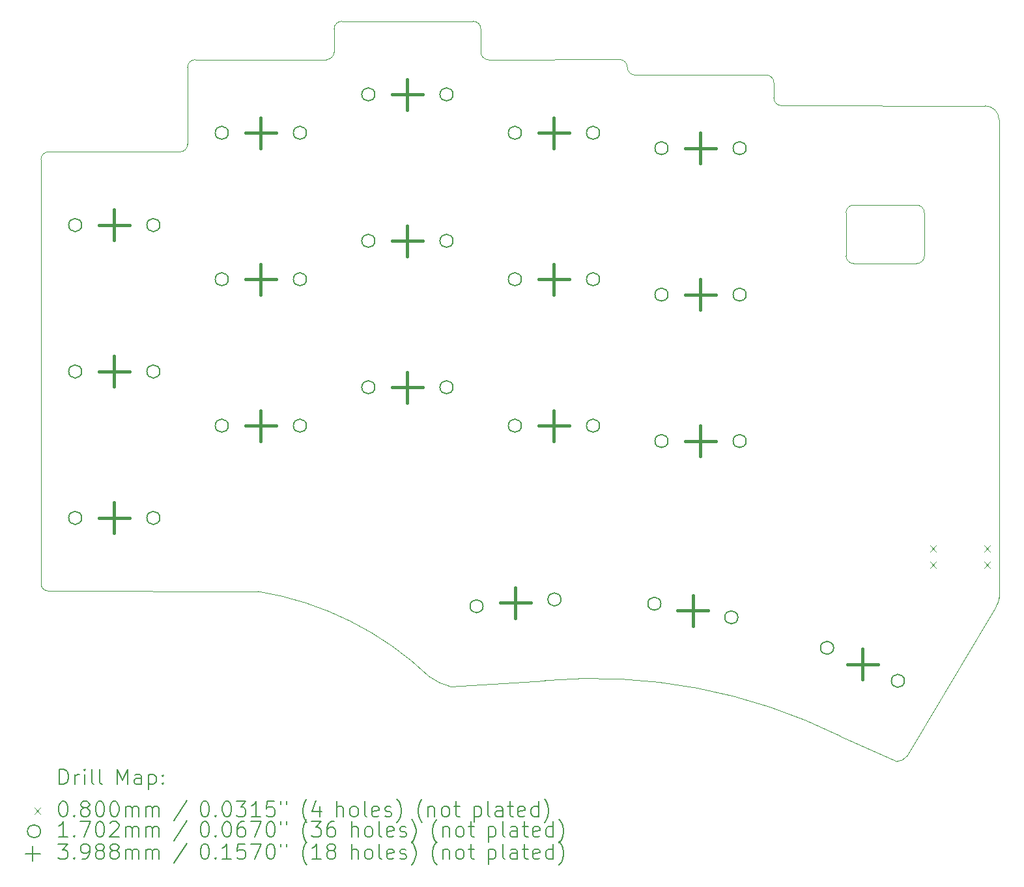
<source format=gbr>
%TF.GenerationSoftware,KiCad,Pcbnew,(7.0.0)*%
%TF.CreationDate,2023-03-01T21:35:38+09:00*%
%TF.ProjectId,keyboard_pcb,6b657962-6f61-4726-945f-7063622e6b69,rev1.0*%
%TF.SameCoordinates,Original*%
%TF.FileFunction,Drillmap*%
%TF.FilePolarity,Positive*%
%FSLAX45Y45*%
G04 Gerber Fmt 4.5, Leading zero omitted, Abs format (unit mm)*
G04 Created by KiCad (PCBNEW (7.0.0)) date 2023-03-01 21:35:38*
%MOMM*%
%LPD*%
G01*
G04 APERTURE LIST*
%ADD10C,0.100000*%
%ADD11C,0.200000*%
%ADD12C,0.080000*%
%ADD13C,0.170180*%
%ADD14C,0.398780*%
G04 APERTURE END LIST*
D10*
X17352500Y-4736560D02*
X17352500Y-4936280D01*
X18290000Y-6990000D02*
X18290000Y-6430000D01*
X20280000Y-5220000D02*
G75*
G03*
X20100000Y-5040000I-180000J0D01*
G01*
X7927500Y-11353260D02*
X10650000Y-11354139D01*
X19082169Y-13496263D02*
X20243404Y-11548790D01*
X7926560Y-5637320D02*
G75*
G03*
X7826560Y-5737320I0J-100000D01*
G01*
X13543691Y-4338189D02*
G75*
G03*
X13643691Y-4438189I99999J-1D01*
G01*
X19210000Y-7090000D02*
X18390000Y-7090000D01*
X13143720Y-12595320D02*
X14378773Y-12515995D01*
X17252500Y-4636560D02*
X15547500Y-4638849D01*
X15447500Y-4535900D02*
G75*
G03*
X15347500Y-4435900I-100000J0D01*
G01*
X18390000Y-6330000D02*
G75*
G03*
X18290000Y-6430000I0J-100000D01*
G01*
X12873698Y-12464409D02*
G75*
G03*
X10649656Y-11356249I-2899898J-3034131D01*
G01*
X11637500Y-4038060D02*
X11637500Y-4336840D01*
X20100000Y-5040000D02*
X17452500Y-5036280D01*
X13543691Y-4338189D02*
X13543849Y-4037651D01*
X19210000Y-7090000D02*
G75*
G03*
X19310000Y-6990000I0J100000D01*
G01*
X11537500Y-4436840D02*
G75*
G03*
X11637500Y-4336840I0J100000D01*
G01*
X9632500Y-5638260D02*
G75*
G03*
X9732500Y-5538260I0J100000D01*
G01*
X19309289Y-6430000D02*
X19310000Y-6990000D01*
X17352500Y-4736560D02*
G75*
G03*
X17252500Y-4636560I-100000J0D01*
G01*
X20243404Y-11548790D02*
G75*
G03*
X20280000Y-11440000I-143404J108790D01*
G01*
X13543849Y-4037651D02*
G75*
G03*
X13443849Y-3937651I-99999J1D01*
G01*
X9732500Y-4538031D02*
X9732500Y-5538260D01*
X9632500Y-5638260D02*
X7926560Y-5637320D01*
X7827500Y-11253260D02*
G75*
G03*
X7927500Y-11353260I100000J0D01*
G01*
X15447500Y-4535900D02*
X15450040Y-4563840D01*
X20280000Y-11440000D02*
X20280000Y-11320000D01*
X18211713Y-13235995D02*
X18950160Y-13568140D01*
X9832500Y-4438030D02*
G75*
G03*
X9732500Y-4538031I0J-100000D01*
G01*
X7826560Y-5737320D02*
X7827500Y-11253260D01*
X19309290Y-6430000D02*
G75*
G03*
X19209289Y-6330000I-100000J0D01*
G01*
X18290000Y-6990000D02*
G75*
G03*
X18390000Y-7090000I100000J0D01*
G01*
X12873698Y-12464409D02*
G75*
G03*
X13143676Y-12592958I450362J598069D01*
G01*
X15450041Y-4563840D02*
G75*
G03*
X15547500Y-4639462I97459J24990D01*
G01*
X13443849Y-3937651D02*
X11737500Y-3938060D01*
X18390000Y-6330000D02*
X19209289Y-6330000D01*
X11537500Y-4436840D02*
X9832500Y-4438031D01*
X20280000Y-11320000D02*
X20280000Y-5220000D01*
X17352500Y-4936280D02*
G75*
G03*
X17452500Y-5036280I100000J0D01*
G01*
X18950160Y-13568141D02*
G75*
G03*
X19083332Y-13497026I1430J157571D01*
G01*
X15347500Y-4435900D02*
X13643691Y-4438189D01*
X11737500Y-3938060D02*
G75*
G03*
X11637500Y-4038060I0J-100000D01*
G01*
X18211713Y-13235995D02*
G75*
G03*
X14378773Y-12515995I-3200547J-6475820D01*
G01*
D11*
D12*
X19385000Y-10760000D02*
X19465000Y-10840000D01*
X19465000Y-10760000D02*
X19385000Y-10840000D01*
X19385000Y-10970000D02*
X19465000Y-11050000D01*
X19465000Y-10970000D02*
X19385000Y-11050000D01*
X20085000Y-10760000D02*
X20165000Y-10840000D01*
X20165000Y-10760000D02*
X20085000Y-10840000D01*
X20085000Y-10970000D02*
X20165000Y-11050000D01*
X20165000Y-10970000D02*
X20085000Y-11050000D01*
D13*
X8357090Y-6590000D02*
G75*
G03*
X8357090Y-6590000I-85090J0D01*
G01*
X8357090Y-8495000D02*
G75*
G03*
X8357090Y-8495000I-85090J0D01*
G01*
X8357090Y-10400000D02*
G75*
G03*
X8357090Y-10400000I-85090J0D01*
G01*
X9373090Y-6590000D02*
G75*
G03*
X9373090Y-6590000I-85090J0D01*
G01*
X9373090Y-8495000D02*
G75*
G03*
X9373090Y-8495000I-85090J0D01*
G01*
X9373090Y-10400000D02*
G75*
G03*
X9373090Y-10400000I-85090J0D01*
G01*
X10262090Y-5390000D02*
G75*
G03*
X10262090Y-5390000I-85090J0D01*
G01*
X10262090Y-7295000D02*
G75*
G03*
X10262090Y-7295000I-85090J0D01*
G01*
X10262090Y-9200000D02*
G75*
G03*
X10262090Y-9200000I-85090J0D01*
G01*
X11278090Y-5390000D02*
G75*
G03*
X11278090Y-5390000I-85090J0D01*
G01*
X11278090Y-7295000D02*
G75*
G03*
X11278090Y-7295000I-85090J0D01*
G01*
X11278090Y-9200000D02*
G75*
G03*
X11278090Y-9200000I-85090J0D01*
G01*
X12167090Y-4890000D02*
G75*
G03*
X12167090Y-4890000I-85090J0D01*
G01*
X12167090Y-6795000D02*
G75*
G03*
X12167090Y-6795000I-85090J0D01*
G01*
X12167090Y-8700000D02*
G75*
G03*
X12167090Y-8700000I-85090J0D01*
G01*
X13183090Y-4890000D02*
G75*
G03*
X13183090Y-4890000I-85090J0D01*
G01*
X13183090Y-6795000D02*
G75*
G03*
X13183090Y-6795000I-85090J0D01*
G01*
X13183090Y-8700000D02*
G75*
G03*
X13183090Y-8700000I-85090J0D01*
G01*
X13574023Y-11549275D02*
G75*
G03*
X13574023Y-11549275I-85090J0D01*
G01*
X14072090Y-5390000D02*
G75*
G03*
X14072090Y-5390000I-85090J0D01*
G01*
X14072090Y-7295000D02*
G75*
G03*
X14072090Y-7295000I-85090J0D01*
G01*
X14072090Y-9200000D02*
G75*
G03*
X14072090Y-9200000I-85090J0D01*
G01*
X14586157Y-11460725D02*
G75*
G03*
X14586157Y-11460725I-85090J0D01*
G01*
X15088090Y-5390000D02*
G75*
G03*
X15088090Y-5390000I-85090J0D01*
G01*
X15088090Y-7295000D02*
G75*
G03*
X15088090Y-7295000I-85090J0D01*
G01*
X15088090Y-9200000D02*
G75*
G03*
X15088090Y-9200000I-85090J0D01*
G01*
X15884808Y-11516787D02*
G75*
G03*
X15884808Y-11516787I-85090J0D01*
G01*
X15977090Y-5590000D02*
G75*
G03*
X15977090Y-5590000I-85090J0D01*
G01*
X15977090Y-7495000D02*
G75*
G03*
X15977090Y-7495000I-85090J0D01*
G01*
X15977090Y-9400000D02*
G75*
G03*
X15977090Y-9400000I-85090J0D01*
G01*
X16885372Y-11693213D02*
G75*
G03*
X16885372Y-11693213I-85090J0D01*
G01*
X16993090Y-5590000D02*
G75*
G03*
X16993090Y-5590000I-85090J0D01*
G01*
X16993090Y-7495000D02*
G75*
G03*
X16993090Y-7495000I-85090J0D01*
G01*
X16993090Y-9400000D02*
G75*
G03*
X16993090Y-9400000I-85090J0D01*
G01*
X18129686Y-12090310D02*
G75*
G03*
X18129686Y-12090310I-85090J0D01*
G01*
X19050494Y-12519690D02*
G75*
G03*
X19050494Y-12519690I-85090J0D01*
G01*
D14*
X8780000Y-6390610D02*
X8780000Y-6789390D01*
X8580610Y-6590000D02*
X8979390Y-6590000D01*
X8780000Y-8295610D02*
X8780000Y-8694390D01*
X8580610Y-8495000D02*
X8979390Y-8495000D01*
X8780000Y-10200610D02*
X8780000Y-10599390D01*
X8580610Y-10400000D02*
X8979390Y-10400000D01*
X10685000Y-5190610D02*
X10685000Y-5589390D01*
X10485610Y-5390000D02*
X10884390Y-5390000D01*
X10685000Y-7095610D02*
X10685000Y-7494390D01*
X10485610Y-7295000D02*
X10884390Y-7295000D01*
X10685000Y-9000610D02*
X10685000Y-9399390D01*
X10485610Y-9200000D02*
X10884390Y-9200000D01*
X12590000Y-4690610D02*
X12590000Y-5089390D01*
X12390610Y-4890000D02*
X12789390Y-4890000D01*
X12590000Y-6595610D02*
X12590000Y-6994390D01*
X12390610Y-6795000D02*
X12789390Y-6795000D01*
X12590000Y-8500610D02*
X12590000Y-8899390D01*
X12390610Y-8700000D02*
X12789390Y-8700000D01*
X13995000Y-11305610D02*
X13995000Y-11704390D01*
X13795610Y-11505000D02*
X14194390Y-11505000D01*
X14495000Y-5190610D02*
X14495000Y-5589390D01*
X14295610Y-5390000D02*
X14694390Y-5390000D01*
X14495000Y-7095610D02*
X14495000Y-7494390D01*
X14295610Y-7295000D02*
X14694390Y-7295000D01*
X14495000Y-9000610D02*
X14495000Y-9399390D01*
X14295610Y-9200000D02*
X14694390Y-9200000D01*
X16300000Y-11405610D02*
X16300000Y-11804390D01*
X16100610Y-11605000D02*
X16499390Y-11605000D01*
X16400000Y-5390610D02*
X16400000Y-5789390D01*
X16200610Y-5590000D02*
X16599390Y-5590000D01*
X16400000Y-7295610D02*
X16400000Y-7694390D01*
X16200610Y-7495000D02*
X16599390Y-7495000D01*
X16400000Y-9200610D02*
X16400000Y-9599390D01*
X16200610Y-9400000D02*
X16599390Y-9400000D01*
X18505000Y-12105610D02*
X18505000Y-12504390D01*
X18305610Y-12305000D02*
X18704390Y-12305000D01*
D11*
X8069179Y-13866624D02*
X8069179Y-13666624D01*
X8069179Y-13666624D02*
X8116798Y-13666624D01*
X8116798Y-13666624D02*
X8145369Y-13676148D01*
X8145369Y-13676148D02*
X8164417Y-13695195D01*
X8164417Y-13695195D02*
X8173941Y-13714243D01*
X8173941Y-13714243D02*
X8183465Y-13752338D01*
X8183465Y-13752338D02*
X8183465Y-13780910D01*
X8183465Y-13780910D02*
X8173941Y-13819005D01*
X8173941Y-13819005D02*
X8164417Y-13838052D01*
X8164417Y-13838052D02*
X8145369Y-13857100D01*
X8145369Y-13857100D02*
X8116798Y-13866624D01*
X8116798Y-13866624D02*
X8069179Y-13866624D01*
X8269179Y-13866624D02*
X8269179Y-13733290D01*
X8269179Y-13771386D02*
X8278703Y-13752338D01*
X8278703Y-13752338D02*
X8288226Y-13742814D01*
X8288226Y-13742814D02*
X8307274Y-13733290D01*
X8307274Y-13733290D02*
X8326322Y-13733290D01*
X8392988Y-13866624D02*
X8392988Y-13733290D01*
X8392988Y-13666624D02*
X8383465Y-13676148D01*
X8383465Y-13676148D02*
X8392988Y-13685671D01*
X8392988Y-13685671D02*
X8402512Y-13676148D01*
X8402512Y-13676148D02*
X8392988Y-13666624D01*
X8392988Y-13666624D02*
X8392988Y-13685671D01*
X8516798Y-13866624D02*
X8497750Y-13857100D01*
X8497750Y-13857100D02*
X8488227Y-13838052D01*
X8488227Y-13838052D02*
X8488227Y-13666624D01*
X8621560Y-13866624D02*
X8602512Y-13857100D01*
X8602512Y-13857100D02*
X8592988Y-13838052D01*
X8592988Y-13838052D02*
X8592988Y-13666624D01*
X8817750Y-13866624D02*
X8817750Y-13666624D01*
X8817750Y-13666624D02*
X8884417Y-13809481D01*
X8884417Y-13809481D02*
X8951084Y-13666624D01*
X8951084Y-13666624D02*
X8951084Y-13866624D01*
X9132036Y-13866624D02*
X9132036Y-13761862D01*
X9132036Y-13761862D02*
X9122512Y-13742814D01*
X9122512Y-13742814D02*
X9103465Y-13733290D01*
X9103465Y-13733290D02*
X9065369Y-13733290D01*
X9065369Y-13733290D02*
X9046322Y-13742814D01*
X9132036Y-13857100D02*
X9112988Y-13866624D01*
X9112988Y-13866624D02*
X9065369Y-13866624D01*
X9065369Y-13866624D02*
X9046322Y-13857100D01*
X9046322Y-13857100D02*
X9036798Y-13838052D01*
X9036798Y-13838052D02*
X9036798Y-13819005D01*
X9036798Y-13819005D02*
X9046322Y-13799957D01*
X9046322Y-13799957D02*
X9065369Y-13790433D01*
X9065369Y-13790433D02*
X9112988Y-13790433D01*
X9112988Y-13790433D02*
X9132036Y-13780910D01*
X9227274Y-13733290D02*
X9227274Y-13933290D01*
X9227274Y-13742814D02*
X9246322Y-13733290D01*
X9246322Y-13733290D02*
X9284417Y-13733290D01*
X9284417Y-13733290D02*
X9303465Y-13742814D01*
X9303465Y-13742814D02*
X9312988Y-13752338D01*
X9312988Y-13752338D02*
X9322512Y-13771386D01*
X9322512Y-13771386D02*
X9322512Y-13828529D01*
X9322512Y-13828529D02*
X9312988Y-13847576D01*
X9312988Y-13847576D02*
X9303465Y-13857100D01*
X9303465Y-13857100D02*
X9284417Y-13866624D01*
X9284417Y-13866624D02*
X9246322Y-13866624D01*
X9246322Y-13866624D02*
X9227274Y-13857100D01*
X9408227Y-13847576D02*
X9417750Y-13857100D01*
X9417750Y-13857100D02*
X9408227Y-13866624D01*
X9408227Y-13866624D02*
X9398703Y-13857100D01*
X9398703Y-13857100D02*
X9408227Y-13847576D01*
X9408227Y-13847576D02*
X9408227Y-13866624D01*
X9408227Y-13742814D02*
X9417750Y-13752338D01*
X9417750Y-13752338D02*
X9408227Y-13761862D01*
X9408227Y-13761862D02*
X9398703Y-13752338D01*
X9398703Y-13752338D02*
X9408227Y-13742814D01*
X9408227Y-13742814D02*
X9408227Y-13761862D01*
D12*
X7741560Y-14173148D02*
X7821560Y-14253148D01*
X7821560Y-14173148D02*
X7741560Y-14253148D01*
D11*
X8107274Y-14086624D02*
X8126322Y-14086624D01*
X8126322Y-14086624D02*
X8145369Y-14096148D01*
X8145369Y-14096148D02*
X8154893Y-14105671D01*
X8154893Y-14105671D02*
X8164417Y-14124719D01*
X8164417Y-14124719D02*
X8173941Y-14162814D01*
X8173941Y-14162814D02*
X8173941Y-14210433D01*
X8173941Y-14210433D02*
X8164417Y-14248529D01*
X8164417Y-14248529D02*
X8154893Y-14267576D01*
X8154893Y-14267576D02*
X8145369Y-14277100D01*
X8145369Y-14277100D02*
X8126322Y-14286624D01*
X8126322Y-14286624D02*
X8107274Y-14286624D01*
X8107274Y-14286624D02*
X8088226Y-14277100D01*
X8088226Y-14277100D02*
X8078703Y-14267576D01*
X8078703Y-14267576D02*
X8069179Y-14248529D01*
X8069179Y-14248529D02*
X8059655Y-14210433D01*
X8059655Y-14210433D02*
X8059655Y-14162814D01*
X8059655Y-14162814D02*
X8069179Y-14124719D01*
X8069179Y-14124719D02*
X8078703Y-14105671D01*
X8078703Y-14105671D02*
X8088226Y-14096148D01*
X8088226Y-14096148D02*
X8107274Y-14086624D01*
X8259655Y-14267576D02*
X8269179Y-14277100D01*
X8269179Y-14277100D02*
X8259655Y-14286624D01*
X8259655Y-14286624D02*
X8250131Y-14277100D01*
X8250131Y-14277100D02*
X8259655Y-14267576D01*
X8259655Y-14267576D02*
X8259655Y-14286624D01*
X8383465Y-14172338D02*
X8364417Y-14162814D01*
X8364417Y-14162814D02*
X8354893Y-14153290D01*
X8354893Y-14153290D02*
X8345369Y-14134243D01*
X8345369Y-14134243D02*
X8345369Y-14124719D01*
X8345369Y-14124719D02*
X8354893Y-14105671D01*
X8354893Y-14105671D02*
X8364417Y-14096148D01*
X8364417Y-14096148D02*
X8383465Y-14086624D01*
X8383465Y-14086624D02*
X8421560Y-14086624D01*
X8421560Y-14086624D02*
X8440608Y-14096148D01*
X8440608Y-14096148D02*
X8450131Y-14105671D01*
X8450131Y-14105671D02*
X8459655Y-14124719D01*
X8459655Y-14124719D02*
X8459655Y-14134243D01*
X8459655Y-14134243D02*
X8450131Y-14153290D01*
X8450131Y-14153290D02*
X8440608Y-14162814D01*
X8440608Y-14162814D02*
X8421560Y-14172338D01*
X8421560Y-14172338D02*
X8383465Y-14172338D01*
X8383465Y-14172338D02*
X8364417Y-14181862D01*
X8364417Y-14181862D02*
X8354893Y-14191386D01*
X8354893Y-14191386D02*
X8345369Y-14210433D01*
X8345369Y-14210433D02*
X8345369Y-14248529D01*
X8345369Y-14248529D02*
X8354893Y-14267576D01*
X8354893Y-14267576D02*
X8364417Y-14277100D01*
X8364417Y-14277100D02*
X8383465Y-14286624D01*
X8383465Y-14286624D02*
X8421560Y-14286624D01*
X8421560Y-14286624D02*
X8440608Y-14277100D01*
X8440608Y-14277100D02*
X8450131Y-14267576D01*
X8450131Y-14267576D02*
X8459655Y-14248529D01*
X8459655Y-14248529D02*
X8459655Y-14210433D01*
X8459655Y-14210433D02*
X8450131Y-14191386D01*
X8450131Y-14191386D02*
X8440608Y-14181862D01*
X8440608Y-14181862D02*
X8421560Y-14172338D01*
X8583465Y-14086624D02*
X8602512Y-14086624D01*
X8602512Y-14086624D02*
X8621560Y-14096148D01*
X8621560Y-14096148D02*
X8631084Y-14105671D01*
X8631084Y-14105671D02*
X8640608Y-14124719D01*
X8640608Y-14124719D02*
X8650131Y-14162814D01*
X8650131Y-14162814D02*
X8650131Y-14210433D01*
X8650131Y-14210433D02*
X8640608Y-14248529D01*
X8640608Y-14248529D02*
X8631084Y-14267576D01*
X8631084Y-14267576D02*
X8621560Y-14277100D01*
X8621560Y-14277100D02*
X8602512Y-14286624D01*
X8602512Y-14286624D02*
X8583465Y-14286624D01*
X8583465Y-14286624D02*
X8564417Y-14277100D01*
X8564417Y-14277100D02*
X8554893Y-14267576D01*
X8554893Y-14267576D02*
X8545369Y-14248529D01*
X8545369Y-14248529D02*
X8535846Y-14210433D01*
X8535846Y-14210433D02*
X8535846Y-14162814D01*
X8535846Y-14162814D02*
X8545369Y-14124719D01*
X8545369Y-14124719D02*
X8554893Y-14105671D01*
X8554893Y-14105671D02*
X8564417Y-14096148D01*
X8564417Y-14096148D02*
X8583465Y-14086624D01*
X8773941Y-14086624D02*
X8792989Y-14086624D01*
X8792989Y-14086624D02*
X8812036Y-14096148D01*
X8812036Y-14096148D02*
X8821560Y-14105671D01*
X8821560Y-14105671D02*
X8831084Y-14124719D01*
X8831084Y-14124719D02*
X8840608Y-14162814D01*
X8840608Y-14162814D02*
X8840608Y-14210433D01*
X8840608Y-14210433D02*
X8831084Y-14248529D01*
X8831084Y-14248529D02*
X8821560Y-14267576D01*
X8821560Y-14267576D02*
X8812036Y-14277100D01*
X8812036Y-14277100D02*
X8792989Y-14286624D01*
X8792989Y-14286624D02*
X8773941Y-14286624D01*
X8773941Y-14286624D02*
X8754893Y-14277100D01*
X8754893Y-14277100D02*
X8745369Y-14267576D01*
X8745369Y-14267576D02*
X8735846Y-14248529D01*
X8735846Y-14248529D02*
X8726322Y-14210433D01*
X8726322Y-14210433D02*
X8726322Y-14162814D01*
X8726322Y-14162814D02*
X8735846Y-14124719D01*
X8735846Y-14124719D02*
X8745369Y-14105671D01*
X8745369Y-14105671D02*
X8754893Y-14096148D01*
X8754893Y-14096148D02*
X8773941Y-14086624D01*
X8926322Y-14286624D02*
X8926322Y-14153290D01*
X8926322Y-14172338D02*
X8935846Y-14162814D01*
X8935846Y-14162814D02*
X8954893Y-14153290D01*
X8954893Y-14153290D02*
X8983465Y-14153290D01*
X8983465Y-14153290D02*
X9002512Y-14162814D01*
X9002512Y-14162814D02*
X9012036Y-14181862D01*
X9012036Y-14181862D02*
X9012036Y-14286624D01*
X9012036Y-14181862D02*
X9021560Y-14162814D01*
X9021560Y-14162814D02*
X9040608Y-14153290D01*
X9040608Y-14153290D02*
X9069179Y-14153290D01*
X9069179Y-14153290D02*
X9088227Y-14162814D01*
X9088227Y-14162814D02*
X9097750Y-14181862D01*
X9097750Y-14181862D02*
X9097750Y-14286624D01*
X9192989Y-14286624D02*
X9192989Y-14153290D01*
X9192989Y-14172338D02*
X9202512Y-14162814D01*
X9202512Y-14162814D02*
X9221560Y-14153290D01*
X9221560Y-14153290D02*
X9250131Y-14153290D01*
X9250131Y-14153290D02*
X9269179Y-14162814D01*
X9269179Y-14162814D02*
X9278703Y-14181862D01*
X9278703Y-14181862D02*
X9278703Y-14286624D01*
X9278703Y-14181862D02*
X9288227Y-14162814D01*
X9288227Y-14162814D02*
X9307274Y-14153290D01*
X9307274Y-14153290D02*
X9335846Y-14153290D01*
X9335846Y-14153290D02*
X9354893Y-14162814D01*
X9354893Y-14162814D02*
X9364417Y-14181862D01*
X9364417Y-14181862D02*
X9364417Y-14286624D01*
X9722512Y-14077100D02*
X9551084Y-14334243D01*
X9947274Y-14086624D02*
X9966322Y-14086624D01*
X9966322Y-14086624D02*
X9985370Y-14096148D01*
X9985370Y-14096148D02*
X9994893Y-14105671D01*
X9994893Y-14105671D02*
X10004417Y-14124719D01*
X10004417Y-14124719D02*
X10013941Y-14162814D01*
X10013941Y-14162814D02*
X10013941Y-14210433D01*
X10013941Y-14210433D02*
X10004417Y-14248529D01*
X10004417Y-14248529D02*
X9994893Y-14267576D01*
X9994893Y-14267576D02*
X9985370Y-14277100D01*
X9985370Y-14277100D02*
X9966322Y-14286624D01*
X9966322Y-14286624D02*
X9947274Y-14286624D01*
X9947274Y-14286624D02*
X9928227Y-14277100D01*
X9928227Y-14277100D02*
X9918703Y-14267576D01*
X9918703Y-14267576D02*
X9909179Y-14248529D01*
X9909179Y-14248529D02*
X9899655Y-14210433D01*
X9899655Y-14210433D02*
X9899655Y-14162814D01*
X9899655Y-14162814D02*
X9909179Y-14124719D01*
X9909179Y-14124719D02*
X9918703Y-14105671D01*
X9918703Y-14105671D02*
X9928227Y-14096148D01*
X9928227Y-14096148D02*
X9947274Y-14086624D01*
X10099655Y-14267576D02*
X10109179Y-14277100D01*
X10109179Y-14277100D02*
X10099655Y-14286624D01*
X10099655Y-14286624D02*
X10090131Y-14277100D01*
X10090131Y-14277100D02*
X10099655Y-14267576D01*
X10099655Y-14267576D02*
X10099655Y-14286624D01*
X10232989Y-14086624D02*
X10252036Y-14086624D01*
X10252036Y-14086624D02*
X10271084Y-14096148D01*
X10271084Y-14096148D02*
X10280608Y-14105671D01*
X10280608Y-14105671D02*
X10290131Y-14124719D01*
X10290131Y-14124719D02*
X10299655Y-14162814D01*
X10299655Y-14162814D02*
X10299655Y-14210433D01*
X10299655Y-14210433D02*
X10290131Y-14248529D01*
X10290131Y-14248529D02*
X10280608Y-14267576D01*
X10280608Y-14267576D02*
X10271084Y-14277100D01*
X10271084Y-14277100D02*
X10252036Y-14286624D01*
X10252036Y-14286624D02*
X10232989Y-14286624D01*
X10232989Y-14286624D02*
X10213941Y-14277100D01*
X10213941Y-14277100D02*
X10204417Y-14267576D01*
X10204417Y-14267576D02*
X10194893Y-14248529D01*
X10194893Y-14248529D02*
X10185370Y-14210433D01*
X10185370Y-14210433D02*
X10185370Y-14162814D01*
X10185370Y-14162814D02*
X10194893Y-14124719D01*
X10194893Y-14124719D02*
X10204417Y-14105671D01*
X10204417Y-14105671D02*
X10213941Y-14096148D01*
X10213941Y-14096148D02*
X10232989Y-14086624D01*
X10366322Y-14086624D02*
X10490131Y-14086624D01*
X10490131Y-14086624D02*
X10423465Y-14162814D01*
X10423465Y-14162814D02*
X10452036Y-14162814D01*
X10452036Y-14162814D02*
X10471084Y-14172338D01*
X10471084Y-14172338D02*
X10480608Y-14181862D01*
X10480608Y-14181862D02*
X10490131Y-14200910D01*
X10490131Y-14200910D02*
X10490131Y-14248529D01*
X10490131Y-14248529D02*
X10480608Y-14267576D01*
X10480608Y-14267576D02*
X10471084Y-14277100D01*
X10471084Y-14277100D02*
X10452036Y-14286624D01*
X10452036Y-14286624D02*
X10394893Y-14286624D01*
X10394893Y-14286624D02*
X10375846Y-14277100D01*
X10375846Y-14277100D02*
X10366322Y-14267576D01*
X10680608Y-14286624D02*
X10566322Y-14286624D01*
X10623465Y-14286624D02*
X10623465Y-14086624D01*
X10623465Y-14086624D02*
X10604417Y-14115195D01*
X10604417Y-14115195D02*
X10585370Y-14134243D01*
X10585370Y-14134243D02*
X10566322Y-14143767D01*
X10861560Y-14086624D02*
X10766322Y-14086624D01*
X10766322Y-14086624D02*
X10756798Y-14181862D01*
X10756798Y-14181862D02*
X10766322Y-14172338D01*
X10766322Y-14172338D02*
X10785370Y-14162814D01*
X10785370Y-14162814D02*
X10832989Y-14162814D01*
X10832989Y-14162814D02*
X10852036Y-14172338D01*
X10852036Y-14172338D02*
X10861560Y-14181862D01*
X10861560Y-14181862D02*
X10871084Y-14200910D01*
X10871084Y-14200910D02*
X10871084Y-14248529D01*
X10871084Y-14248529D02*
X10861560Y-14267576D01*
X10861560Y-14267576D02*
X10852036Y-14277100D01*
X10852036Y-14277100D02*
X10832989Y-14286624D01*
X10832989Y-14286624D02*
X10785370Y-14286624D01*
X10785370Y-14286624D02*
X10766322Y-14277100D01*
X10766322Y-14277100D02*
X10756798Y-14267576D01*
X10947274Y-14086624D02*
X10947274Y-14124719D01*
X11023465Y-14086624D02*
X11023465Y-14124719D01*
X11286322Y-14362814D02*
X11276798Y-14353290D01*
X11276798Y-14353290D02*
X11257750Y-14324719D01*
X11257750Y-14324719D02*
X11248227Y-14305671D01*
X11248227Y-14305671D02*
X11238703Y-14277100D01*
X11238703Y-14277100D02*
X11229179Y-14229481D01*
X11229179Y-14229481D02*
X11229179Y-14191386D01*
X11229179Y-14191386D02*
X11238703Y-14143767D01*
X11238703Y-14143767D02*
X11248227Y-14115195D01*
X11248227Y-14115195D02*
X11257750Y-14096148D01*
X11257750Y-14096148D02*
X11276798Y-14067576D01*
X11276798Y-14067576D02*
X11286322Y-14058052D01*
X11448227Y-14153290D02*
X11448227Y-14286624D01*
X11400608Y-14077100D02*
X11352989Y-14219957D01*
X11352989Y-14219957D02*
X11476798Y-14219957D01*
X11672989Y-14286624D02*
X11672989Y-14086624D01*
X11758703Y-14286624D02*
X11758703Y-14181862D01*
X11758703Y-14181862D02*
X11749179Y-14162814D01*
X11749179Y-14162814D02*
X11730131Y-14153290D01*
X11730131Y-14153290D02*
X11701560Y-14153290D01*
X11701560Y-14153290D02*
X11682512Y-14162814D01*
X11682512Y-14162814D02*
X11672989Y-14172338D01*
X11882512Y-14286624D02*
X11863465Y-14277100D01*
X11863465Y-14277100D02*
X11853941Y-14267576D01*
X11853941Y-14267576D02*
X11844417Y-14248529D01*
X11844417Y-14248529D02*
X11844417Y-14191386D01*
X11844417Y-14191386D02*
X11853941Y-14172338D01*
X11853941Y-14172338D02*
X11863465Y-14162814D01*
X11863465Y-14162814D02*
X11882512Y-14153290D01*
X11882512Y-14153290D02*
X11911084Y-14153290D01*
X11911084Y-14153290D02*
X11930131Y-14162814D01*
X11930131Y-14162814D02*
X11939655Y-14172338D01*
X11939655Y-14172338D02*
X11949179Y-14191386D01*
X11949179Y-14191386D02*
X11949179Y-14248529D01*
X11949179Y-14248529D02*
X11939655Y-14267576D01*
X11939655Y-14267576D02*
X11930131Y-14277100D01*
X11930131Y-14277100D02*
X11911084Y-14286624D01*
X11911084Y-14286624D02*
X11882512Y-14286624D01*
X12063465Y-14286624D02*
X12044417Y-14277100D01*
X12044417Y-14277100D02*
X12034893Y-14258052D01*
X12034893Y-14258052D02*
X12034893Y-14086624D01*
X12215846Y-14277100D02*
X12196798Y-14286624D01*
X12196798Y-14286624D02*
X12158703Y-14286624D01*
X12158703Y-14286624D02*
X12139655Y-14277100D01*
X12139655Y-14277100D02*
X12130131Y-14258052D01*
X12130131Y-14258052D02*
X12130131Y-14181862D01*
X12130131Y-14181862D02*
X12139655Y-14162814D01*
X12139655Y-14162814D02*
X12158703Y-14153290D01*
X12158703Y-14153290D02*
X12196798Y-14153290D01*
X12196798Y-14153290D02*
X12215846Y-14162814D01*
X12215846Y-14162814D02*
X12225370Y-14181862D01*
X12225370Y-14181862D02*
X12225370Y-14200910D01*
X12225370Y-14200910D02*
X12130131Y-14219957D01*
X12301560Y-14277100D02*
X12320608Y-14286624D01*
X12320608Y-14286624D02*
X12358703Y-14286624D01*
X12358703Y-14286624D02*
X12377751Y-14277100D01*
X12377751Y-14277100D02*
X12387274Y-14258052D01*
X12387274Y-14258052D02*
X12387274Y-14248529D01*
X12387274Y-14248529D02*
X12377751Y-14229481D01*
X12377751Y-14229481D02*
X12358703Y-14219957D01*
X12358703Y-14219957D02*
X12330131Y-14219957D01*
X12330131Y-14219957D02*
X12311084Y-14210433D01*
X12311084Y-14210433D02*
X12301560Y-14191386D01*
X12301560Y-14191386D02*
X12301560Y-14181862D01*
X12301560Y-14181862D02*
X12311084Y-14162814D01*
X12311084Y-14162814D02*
X12330131Y-14153290D01*
X12330131Y-14153290D02*
X12358703Y-14153290D01*
X12358703Y-14153290D02*
X12377751Y-14162814D01*
X12453941Y-14362814D02*
X12463465Y-14353290D01*
X12463465Y-14353290D02*
X12482512Y-14324719D01*
X12482512Y-14324719D02*
X12492036Y-14305671D01*
X12492036Y-14305671D02*
X12501560Y-14277100D01*
X12501560Y-14277100D02*
X12511084Y-14229481D01*
X12511084Y-14229481D02*
X12511084Y-14191386D01*
X12511084Y-14191386D02*
X12501560Y-14143767D01*
X12501560Y-14143767D02*
X12492036Y-14115195D01*
X12492036Y-14115195D02*
X12482512Y-14096148D01*
X12482512Y-14096148D02*
X12463465Y-14067576D01*
X12463465Y-14067576D02*
X12453941Y-14058052D01*
X12783465Y-14362814D02*
X12773941Y-14353290D01*
X12773941Y-14353290D02*
X12754893Y-14324719D01*
X12754893Y-14324719D02*
X12745370Y-14305671D01*
X12745370Y-14305671D02*
X12735846Y-14277100D01*
X12735846Y-14277100D02*
X12726322Y-14229481D01*
X12726322Y-14229481D02*
X12726322Y-14191386D01*
X12726322Y-14191386D02*
X12735846Y-14143767D01*
X12735846Y-14143767D02*
X12745370Y-14115195D01*
X12745370Y-14115195D02*
X12754893Y-14096148D01*
X12754893Y-14096148D02*
X12773941Y-14067576D01*
X12773941Y-14067576D02*
X12783465Y-14058052D01*
X12859655Y-14153290D02*
X12859655Y-14286624D01*
X12859655Y-14172338D02*
X12869179Y-14162814D01*
X12869179Y-14162814D02*
X12888227Y-14153290D01*
X12888227Y-14153290D02*
X12916798Y-14153290D01*
X12916798Y-14153290D02*
X12935846Y-14162814D01*
X12935846Y-14162814D02*
X12945370Y-14181862D01*
X12945370Y-14181862D02*
X12945370Y-14286624D01*
X13069179Y-14286624D02*
X13050131Y-14277100D01*
X13050131Y-14277100D02*
X13040608Y-14267576D01*
X13040608Y-14267576D02*
X13031084Y-14248529D01*
X13031084Y-14248529D02*
X13031084Y-14191386D01*
X13031084Y-14191386D02*
X13040608Y-14172338D01*
X13040608Y-14172338D02*
X13050131Y-14162814D01*
X13050131Y-14162814D02*
X13069179Y-14153290D01*
X13069179Y-14153290D02*
X13097751Y-14153290D01*
X13097751Y-14153290D02*
X13116798Y-14162814D01*
X13116798Y-14162814D02*
X13126322Y-14172338D01*
X13126322Y-14172338D02*
X13135846Y-14191386D01*
X13135846Y-14191386D02*
X13135846Y-14248529D01*
X13135846Y-14248529D02*
X13126322Y-14267576D01*
X13126322Y-14267576D02*
X13116798Y-14277100D01*
X13116798Y-14277100D02*
X13097751Y-14286624D01*
X13097751Y-14286624D02*
X13069179Y-14286624D01*
X13192989Y-14153290D02*
X13269179Y-14153290D01*
X13221560Y-14086624D02*
X13221560Y-14258052D01*
X13221560Y-14258052D02*
X13231084Y-14277100D01*
X13231084Y-14277100D02*
X13250131Y-14286624D01*
X13250131Y-14286624D02*
X13269179Y-14286624D01*
X13455846Y-14153290D02*
X13455846Y-14353290D01*
X13455846Y-14162814D02*
X13474893Y-14153290D01*
X13474893Y-14153290D02*
X13512989Y-14153290D01*
X13512989Y-14153290D02*
X13532036Y-14162814D01*
X13532036Y-14162814D02*
X13541560Y-14172338D01*
X13541560Y-14172338D02*
X13551084Y-14191386D01*
X13551084Y-14191386D02*
X13551084Y-14248529D01*
X13551084Y-14248529D02*
X13541560Y-14267576D01*
X13541560Y-14267576D02*
X13532036Y-14277100D01*
X13532036Y-14277100D02*
X13512989Y-14286624D01*
X13512989Y-14286624D02*
X13474893Y-14286624D01*
X13474893Y-14286624D02*
X13455846Y-14277100D01*
X13665370Y-14286624D02*
X13646322Y-14277100D01*
X13646322Y-14277100D02*
X13636798Y-14258052D01*
X13636798Y-14258052D02*
X13636798Y-14086624D01*
X13827274Y-14286624D02*
X13827274Y-14181862D01*
X13827274Y-14181862D02*
X13817751Y-14162814D01*
X13817751Y-14162814D02*
X13798703Y-14153290D01*
X13798703Y-14153290D02*
X13760608Y-14153290D01*
X13760608Y-14153290D02*
X13741560Y-14162814D01*
X13827274Y-14277100D02*
X13808227Y-14286624D01*
X13808227Y-14286624D02*
X13760608Y-14286624D01*
X13760608Y-14286624D02*
X13741560Y-14277100D01*
X13741560Y-14277100D02*
X13732036Y-14258052D01*
X13732036Y-14258052D02*
X13732036Y-14239005D01*
X13732036Y-14239005D02*
X13741560Y-14219957D01*
X13741560Y-14219957D02*
X13760608Y-14210433D01*
X13760608Y-14210433D02*
X13808227Y-14210433D01*
X13808227Y-14210433D02*
X13827274Y-14200910D01*
X13893941Y-14153290D02*
X13970131Y-14153290D01*
X13922512Y-14086624D02*
X13922512Y-14258052D01*
X13922512Y-14258052D02*
X13932036Y-14277100D01*
X13932036Y-14277100D02*
X13951084Y-14286624D01*
X13951084Y-14286624D02*
X13970131Y-14286624D01*
X14112989Y-14277100D02*
X14093941Y-14286624D01*
X14093941Y-14286624D02*
X14055846Y-14286624D01*
X14055846Y-14286624D02*
X14036798Y-14277100D01*
X14036798Y-14277100D02*
X14027274Y-14258052D01*
X14027274Y-14258052D02*
X14027274Y-14181862D01*
X14027274Y-14181862D02*
X14036798Y-14162814D01*
X14036798Y-14162814D02*
X14055846Y-14153290D01*
X14055846Y-14153290D02*
X14093941Y-14153290D01*
X14093941Y-14153290D02*
X14112989Y-14162814D01*
X14112989Y-14162814D02*
X14122512Y-14181862D01*
X14122512Y-14181862D02*
X14122512Y-14200910D01*
X14122512Y-14200910D02*
X14027274Y-14219957D01*
X14293941Y-14286624D02*
X14293941Y-14086624D01*
X14293941Y-14277100D02*
X14274893Y-14286624D01*
X14274893Y-14286624D02*
X14236798Y-14286624D01*
X14236798Y-14286624D02*
X14217751Y-14277100D01*
X14217751Y-14277100D02*
X14208227Y-14267576D01*
X14208227Y-14267576D02*
X14198703Y-14248529D01*
X14198703Y-14248529D02*
X14198703Y-14191386D01*
X14198703Y-14191386D02*
X14208227Y-14172338D01*
X14208227Y-14172338D02*
X14217751Y-14162814D01*
X14217751Y-14162814D02*
X14236798Y-14153290D01*
X14236798Y-14153290D02*
X14274893Y-14153290D01*
X14274893Y-14153290D02*
X14293941Y-14162814D01*
X14370132Y-14362814D02*
X14379655Y-14353290D01*
X14379655Y-14353290D02*
X14398703Y-14324719D01*
X14398703Y-14324719D02*
X14408227Y-14305671D01*
X14408227Y-14305671D02*
X14417751Y-14277100D01*
X14417751Y-14277100D02*
X14427274Y-14229481D01*
X14427274Y-14229481D02*
X14427274Y-14191386D01*
X14427274Y-14191386D02*
X14417751Y-14143767D01*
X14417751Y-14143767D02*
X14408227Y-14115195D01*
X14408227Y-14115195D02*
X14398703Y-14096148D01*
X14398703Y-14096148D02*
X14379655Y-14067576D01*
X14379655Y-14067576D02*
X14370132Y-14058052D01*
D13*
X7821560Y-14477148D02*
G75*
G03*
X7821560Y-14477148I-85090J0D01*
G01*
D11*
X8173941Y-14550624D02*
X8059655Y-14550624D01*
X8116798Y-14550624D02*
X8116798Y-14350624D01*
X8116798Y-14350624D02*
X8097750Y-14379195D01*
X8097750Y-14379195D02*
X8078703Y-14398243D01*
X8078703Y-14398243D02*
X8059655Y-14407767D01*
X8259655Y-14531576D02*
X8269179Y-14541100D01*
X8269179Y-14541100D02*
X8259655Y-14550624D01*
X8259655Y-14550624D02*
X8250131Y-14541100D01*
X8250131Y-14541100D02*
X8259655Y-14531576D01*
X8259655Y-14531576D02*
X8259655Y-14550624D01*
X8335846Y-14350624D02*
X8469179Y-14350624D01*
X8469179Y-14350624D02*
X8383465Y-14550624D01*
X8583465Y-14350624D02*
X8602512Y-14350624D01*
X8602512Y-14350624D02*
X8621560Y-14360148D01*
X8621560Y-14360148D02*
X8631084Y-14369671D01*
X8631084Y-14369671D02*
X8640608Y-14388719D01*
X8640608Y-14388719D02*
X8650131Y-14426814D01*
X8650131Y-14426814D02*
X8650131Y-14474433D01*
X8650131Y-14474433D02*
X8640608Y-14512529D01*
X8640608Y-14512529D02*
X8631084Y-14531576D01*
X8631084Y-14531576D02*
X8621560Y-14541100D01*
X8621560Y-14541100D02*
X8602512Y-14550624D01*
X8602512Y-14550624D02*
X8583465Y-14550624D01*
X8583465Y-14550624D02*
X8564417Y-14541100D01*
X8564417Y-14541100D02*
X8554893Y-14531576D01*
X8554893Y-14531576D02*
X8545369Y-14512529D01*
X8545369Y-14512529D02*
X8535846Y-14474433D01*
X8535846Y-14474433D02*
X8535846Y-14426814D01*
X8535846Y-14426814D02*
X8545369Y-14388719D01*
X8545369Y-14388719D02*
X8554893Y-14369671D01*
X8554893Y-14369671D02*
X8564417Y-14360148D01*
X8564417Y-14360148D02*
X8583465Y-14350624D01*
X8726322Y-14369671D02*
X8735846Y-14360148D01*
X8735846Y-14360148D02*
X8754893Y-14350624D01*
X8754893Y-14350624D02*
X8802512Y-14350624D01*
X8802512Y-14350624D02*
X8821560Y-14360148D01*
X8821560Y-14360148D02*
X8831084Y-14369671D01*
X8831084Y-14369671D02*
X8840608Y-14388719D01*
X8840608Y-14388719D02*
X8840608Y-14407767D01*
X8840608Y-14407767D02*
X8831084Y-14436338D01*
X8831084Y-14436338D02*
X8716798Y-14550624D01*
X8716798Y-14550624D02*
X8840608Y-14550624D01*
X8926322Y-14550624D02*
X8926322Y-14417290D01*
X8926322Y-14436338D02*
X8935846Y-14426814D01*
X8935846Y-14426814D02*
X8954893Y-14417290D01*
X8954893Y-14417290D02*
X8983465Y-14417290D01*
X8983465Y-14417290D02*
X9002512Y-14426814D01*
X9002512Y-14426814D02*
X9012036Y-14445862D01*
X9012036Y-14445862D02*
X9012036Y-14550624D01*
X9012036Y-14445862D02*
X9021560Y-14426814D01*
X9021560Y-14426814D02*
X9040608Y-14417290D01*
X9040608Y-14417290D02*
X9069179Y-14417290D01*
X9069179Y-14417290D02*
X9088227Y-14426814D01*
X9088227Y-14426814D02*
X9097750Y-14445862D01*
X9097750Y-14445862D02*
X9097750Y-14550624D01*
X9192989Y-14550624D02*
X9192989Y-14417290D01*
X9192989Y-14436338D02*
X9202512Y-14426814D01*
X9202512Y-14426814D02*
X9221560Y-14417290D01*
X9221560Y-14417290D02*
X9250131Y-14417290D01*
X9250131Y-14417290D02*
X9269179Y-14426814D01*
X9269179Y-14426814D02*
X9278703Y-14445862D01*
X9278703Y-14445862D02*
X9278703Y-14550624D01*
X9278703Y-14445862D02*
X9288227Y-14426814D01*
X9288227Y-14426814D02*
X9307274Y-14417290D01*
X9307274Y-14417290D02*
X9335846Y-14417290D01*
X9335846Y-14417290D02*
X9354893Y-14426814D01*
X9354893Y-14426814D02*
X9364417Y-14445862D01*
X9364417Y-14445862D02*
X9364417Y-14550624D01*
X9722512Y-14341100D02*
X9551084Y-14598243D01*
X9947274Y-14350624D02*
X9966322Y-14350624D01*
X9966322Y-14350624D02*
X9985370Y-14360148D01*
X9985370Y-14360148D02*
X9994893Y-14369671D01*
X9994893Y-14369671D02*
X10004417Y-14388719D01*
X10004417Y-14388719D02*
X10013941Y-14426814D01*
X10013941Y-14426814D02*
X10013941Y-14474433D01*
X10013941Y-14474433D02*
X10004417Y-14512529D01*
X10004417Y-14512529D02*
X9994893Y-14531576D01*
X9994893Y-14531576D02*
X9985370Y-14541100D01*
X9985370Y-14541100D02*
X9966322Y-14550624D01*
X9966322Y-14550624D02*
X9947274Y-14550624D01*
X9947274Y-14550624D02*
X9928227Y-14541100D01*
X9928227Y-14541100D02*
X9918703Y-14531576D01*
X9918703Y-14531576D02*
X9909179Y-14512529D01*
X9909179Y-14512529D02*
X9899655Y-14474433D01*
X9899655Y-14474433D02*
X9899655Y-14426814D01*
X9899655Y-14426814D02*
X9909179Y-14388719D01*
X9909179Y-14388719D02*
X9918703Y-14369671D01*
X9918703Y-14369671D02*
X9928227Y-14360148D01*
X9928227Y-14360148D02*
X9947274Y-14350624D01*
X10099655Y-14531576D02*
X10109179Y-14541100D01*
X10109179Y-14541100D02*
X10099655Y-14550624D01*
X10099655Y-14550624D02*
X10090131Y-14541100D01*
X10090131Y-14541100D02*
X10099655Y-14531576D01*
X10099655Y-14531576D02*
X10099655Y-14550624D01*
X10232989Y-14350624D02*
X10252036Y-14350624D01*
X10252036Y-14350624D02*
X10271084Y-14360148D01*
X10271084Y-14360148D02*
X10280608Y-14369671D01*
X10280608Y-14369671D02*
X10290131Y-14388719D01*
X10290131Y-14388719D02*
X10299655Y-14426814D01*
X10299655Y-14426814D02*
X10299655Y-14474433D01*
X10299655Y-14474433D02*
X10290131Y-14512529D01*
X10290131Y-14512529D02*
X10280608Y-14531576D01*
X10280608Y-14531576D02*
X10271084Y-14541100D01*
X10271084Y-14541100D02*
X10252036Y-14550624D01*
X10252036Y-14550624D02*
X10232989Y-14550624D01*
X10232989Y-14550624D02*
X10213941Y-14541100D01*
X10213941Y-14541100D02*
X10204417Y-14531576D01*
X10204417Y-14531576D02*
X10194893Y-14512529D01*
X10194893Y-14512529D02*
X10185370Y-14474433D01*
X10185370Y-14474433D02*
X10185370Y-14426814D01*
X10185370Y-14426814D02*
X10194893Y-14388719D01*
X10194893Y-14388719D02*
X10204417Y-14369671D01*
X10204417Y-14369671D02*
X10213941Y-14360148D01*
X10213941Y-14360148D02*
X10232989Y-14350624D01*
X10471084Y-14350624D02*
X10432989Y-14350624D01*
X10432989Y-14350624D02*
X10413941Y-14360148D01*
X10413941Y-14360148D02*
X10404417Y-14369671D01*
X10404417Y-14369671D02*
X10385370Y-14398243D01*
X10385370Y-14398243D02*
X10375846Y-14436338D01*
X10375846Y-14436338D02*
X10375846Y-14512529D01*
X10375846Y-14512529D02*
X10385370Y-14531576D01*
X10385370Y-14531576D02*
X10394893Y-14541100D01*
X10394893Y-14541100D02*
X10413941Y-14550624D01*
X10413941Y-14550624D02*
X10452036Y-14550624D01*
X10452036Y-14550624D02*
X10471084Y-14541100D01*
X10471084Y-14541100D02*
X10480608Y-14531576D01*
X10480608Y-14531576D02*
X10490131Y-14512529D01*
X10490131Y-14512529D02*
X10490131Y-14464910D01*
X10490131Y-14464910D02*
X10480608Y-14445862D01*
X10480608Y-14445862D02*
X10471084Y-14436338D01*
X10471084Y-14436338D02*
X10452036Y-14426814D01*
X10452036Y-14426814D02*
X10413941Y-14426814D01*
X10413941Y-14426814D02*
X10394893Y-14436338D01*
X10394893Y-14436338D02*
X10385370Y-14445862D01*
X10385370Y-14445862D02*
X10375846Y-14464910D01*
X10556798Y-14350624D02*
X10690131Y-14350624D01*
X10690131Y-14350624D02*
X10604417Y-14550624D01*
X10804417Y-14350624D02*
X10823465Y-14350624D01*
X10823465Y-14350624D02*
X10842512Y-14360148D01*
X10842512Y-14360148D02*
X10852036Y-14369671D01*
X10852036Y-14369671D02*
X10861560Y-14388719D01*
X10861560Y-14388719D02*
X10871084Y-14426814D01*
X10871084Y-14426814D02*
X10871084Y-14474433D01*
X10871084Y-14474433D02*
X10861560Y-14512529D01*
X10861560Y-14512529D02*
X10852036Y-14531576D01*
X10852036Y-14531576D02*
X10842512Y-14541100D01*
X10842512Y-14541100D02*
X10823465Y-14550624D01*
X10823465Y-14550624D02*
X10804417Y-14550624D01*
X10804417Y-14550624D02*
X10785370Y-14541100D01*
X10785370Y-14541100D02*
X10775846Y-14531576D01*
X10775846Y-14531576D02*
X10766322Y-14512529D01*
X10766322Y-14512529D02*
X10756798Y-14474433D01*
X10756798Y-14474433D02*
X10756798Y-14426814D01*
X10756798Y-14426814D02*
X10766322Y-14388719D01*
X10766322Y-14388719D02*
X10775846Y-14369671D01*
X10775846Y-14369671D02*
X10785370Y-14360148D01*
X10785370Y-14360148D02*
X10804417Y-14350624D01*
X10947274Y-14350624D02*
X10947274Y-14388719D01*
X11023465Y-14350624D02*
X11023465Y-14388719D01*
X11286322Y-14626814D02*
X11276798Y-14617290D01*
X11276798Y-14617290D02*
X11257750Y-14588719D01*
X11257750Y-14588719D02*
X11248227Y-14569671D01*
X11248227Y-14569671D02*
X11238703Y-14541100D01*
X11238703Y-14541100D02*
X11229179Y-14493481D01*
X11229179Y-14493481D02*
X11229179Y-14455386D01*
X11229179Y-14455386D02*
X11238703Y-14407767D01*
X11238703Y-14407767D02*
X11248227Y-14379195D01*
X11248227Y-14379195D02*
X11257750Y-14360148D01*
X11257750Y-14360148D02*
X11276798Y-14331576D01*
X11276798Y-14331576D02*
X11286322Y-14322052D01*
X11343465Y-14350624D02*
X11467274Y-14350624D01*
X11467274Y-14350624D02*
X11400608Y-14426814D01*
X11400608Y-14426814D02*
X11429179Y-14426814D01*
X11429179Y-14426814D02*
X11448227Y-14436338D01*
X11448227Y-14436338D02*
X11457750Y-14445862D01*
X11457750Y-14445862D02*
X11467274Y-14464910D01*
X11467274Y-14464910D02*
X11467274Y-14512529D01*
X11467274Y-14512529D02*
X11457750Y-14531576D01*
X11457750Y-14531576D02*
X11448227Y-14541100D01*
X11448227Y-14541100D02*
X11429179Y-14550624D01*
X11429179Y-14550624D02*
X11372036Y-14550624D01*
X11372036Y-14550624D02*
X11352989Y-14541100D01*
X11352989Y-14541100D02*
X11343465Y-14531576D01*
X11638703Y-14350624D02*
X11600608Y-14350624D01*
X11600608Y-14350624D02*
X11581560Y-14360148D01*
X11581560Y-14360148D02*
X11572036Y-14369671D01*
X11572036Y-14369671D02*
X11552989Y-14398243D01*
X11552989Y-14398243D02*
X11543465Y-14436338D01*
X11543465Y-14436338D02*
X11543465Y-14512529D01*
X11543465Y-14512529D02*
X11552989Y-14531576D01*
X11552989Y-14531576D02*
X11562512Y-14541100D01*
X11562512Y-14541100D02*
X11581560Y-14550624D01*
X11581560Y-14550624D02*
X11619655Y-14550624D01*
X11619655Y-14550624D02*
X11638703Y-14541100D01*
X11638703Y-14541100D02*
X11648227Y-14531576D01*
X11648227Y-14531576D02*
X11657750Y-14512529D01*
X11657750Y-14512529D02*
X11657750Y-14464910D01*
X11657750Y-14464910D02*
X11648227Y-14445862D01*
X11648227Y-14445862D02*
X11638703Y-14436338D01*
X11638703Y-14436338D02*
X11619655Y-14426814D01*
X11619655Y-14426814D02*
X11581560Y-14426814D01*
X11581560Y-14426814D02*
X11562512Y-14436338D01*
X11562512Y-14436338D02*
X11552989Y-14445862D01*
X11552989Y-14445862D02*
X11543465Y-14464910D01*
X11863465Y-14550624D02*
X11863465Y-14350624D01*
X11949179Y-14550624D02*
X11949179Y-14445862D01*
X11949179Y-14445862D02*
X11939655Y-14426814D01*
X11939655Y-14426814D02*
X11920608Y-14417290D01*
X11920608Y-14417290D02*
X11892036Y-14417290D01*
X11892036Y-14417290D02*
X11872989Y-14426814D01*
X11872989Y-14426814D02*
X11863465Y-14436338D01*
X12072989Y-14550624D02*
X12053941Y-14541100D01*
X12053941Y-14541100D02*
X12044417Y-14531576D01*
X12044417Y-14531576D02*
X12034893Y-14512529D01*
X12034893Y-14512529D02*
X12034893Y-14455386D01*
X12034893Y-14455386D02*
X12044417Y-14436338D01*
X12044417Y-14436338D02*
X12053941Y-14426814D01*
X12053941Y-14426814D02*
X12072989Y-14417290D01*
X12072989Y-14417290D02*
X12101560Y-14417290D01*
X12101560Y-14417290D02*
X12120608Y-14426814D01*
X12120608Y-14426814D02*
X12130131Y-14436338D01*
X12130131Y-14436338D02*
X12139655Y-14455386D01*
X12139655Y-14455386D02*
X12139655Y-14512529D01*
X12139655Y-14512529D02*
X12130131Y-14531576D01*
X12130131Y-14531576D02*
X12120608Y-14541100D01*
X12120608Y-14541100D02*
X12101560Y-14550624D01*
X12101560Y-14550624D02*
X12072989Y-14550624D01*
X12253941Y-14550624D02*
X12234893Y-14541100D01*
X12234893Y-14541100D02*
X12225370Y-14522052D01*
X12225370Y-14522052D02*
X12225370Y-14350624D01*
X12406322Y-14541100D02*
X12387274Y-14550624D01*
X12387274Y-14550624D02*
X12349179Y-14550624D01*
X12349179Y-14550624D02*
X12330131Y-14541100D01*
X12330131Y-14541100D02*
X12320608Y-14522052D01*
X12320608Y-14522052D02*
X12320608Y-14445862D01*
X12320608Y-14445862D02*
X12330131Y-14426814D01*
X12330131Y-14426814D02*
X12349179Y-14417290D01*
X12349179Y-14417290D02*
X12387274Y-14417290D01*
X12387274Y-14417290D02*
X12406322Y-14426814D01*
X12406322Y-14426814D02*
X12415846Y-14445862D01*
X12415846Y-14445862D02*
X12415846Y-14464910D01*
X12415846Y-14464910D02*
X12320608Y-14483957D01*
X12492036Y-14541100D02*
X12511084Y-14550624D01*
X12511084Y-14550624D02*
X12549179Y-14550624D01*
X12549179Y-14550624D02*
X12568227Y-14541100D01*
X12568227Y-14541100D02*
X12577751Y-14522052D01*
X12577751Y-14522052D02*
X12577751Y-14512529D01*
X12577751Y-14512529D02*
X12568227Y-14493481D01*
X12568227Y-14493481D02*
X12549179Y-14483957D01*
X12549179Y-14483957D02*
X12520608Y-14483957D01*
X12520608Y-14483957D02*
X12501560Y-14474433D01*
X12501560Y-14474433D02*
X12492036Y-14455386D01*
X12492036Y-14455386D02*
X12492036Y-14445862D01*
X12492036Y-14445862D02*
X12501560Y-14426814D01*
X12501560Y-14426814D02*
X12520608Y-14417290D01*
X12520608Y-14417290D02*
X12549179Y-14417290D01*
X12549179Y-14417290D02*
X12568227Y-14426814D01*
X12644417Y-14626814D02*
X12653941Y-14617290D01*
X12653941Y-14617290D02*
X12672989Y-14588719D01*
X12672989Y-14588719D02*
X12682512Y-14569671D01*
X12682512Y-14569671D02*
X12692036Y-14541100D01*
X12692036Y-14541100D02*
X12701560Y-14493481D01*
X12701560Y-14493481D02*
X12701560Y-14455386D01*
X12701560Y-14455386D02*
X12692036Y-14407767D01*
X12692036Y-14407767D02*
X12682512Y-14379195D01*
X12682512Y-14379195D02*
X12672989Y-14360148D01*
X12672989Y-14360148D02*
X12653941Y-14331576D01*
X12653941Y-14331576D02*
X12644417Y-14322052D01*
X12973941Y-14626814D02*
X12964417Y-14617290D01*
X12964417Y-14617290D02*
X12945370Y-14588719D01*
X12945370Y-14588719D02*
X12935846Y-14569671D01*
X12935846Y-14569671D02*
X12926322Y-14541100D01*
X12926322Y-14541100D02*
X12916798Y-14493481D01*
X12916798Y-14493481D02*
X12916798Y-14455386D01*
X12916798Y-14455386D02*
X12926322Y-14407767D01*
X12926322Y-14407767D02*
X12935846Y-14379195D01*
X12935846Y-14379195D02*
X12945370Y-14360148D01*
X12945370Y-14360148D02*
X12964417Y-14331576D01*
X12964417Y-14331576D02*
X12973941Y-14322052D01*
X13050131Y-14417290D02*
X13050131Y-14550624D01*
X13050131Y-14436338D02*
X13059655Y-14426814D01*
X13059655Y-14426814D02*
X13078703Y-14417290D01*
X13078703Y-14417290D02*
X13107274Y-14417290D01*
X13107274Y-14417290D02*
X13126322Y-14426814D01*
X13126322Y-14426814D02*
X13135846Y-14445862D01*
X13135846Y-14445862D02*
X13135846Y-14550624D01*
X13259655Y-14550624D02*
X13240608Y-14541100D01*
X13240608Y-14541100D02*
X13231084Y-14531576D01*
X13231084Y-14531576D02*
X13221560Y-14512529D01*
X13221560Y-14512529D02*
X13221560Y-14455386D01*
X13221560Y-14455386D02*
X13231084Y-14436338D01*
X13231084Y-14436338D02*
X13240608Y-14426814D01*
X13240608Y-14426814D02*
X13259655Y-14417290D01*
X13259655Y-14417290D02*
X13288227Y-14417290D01*
X13288227Y-14417290D02*
X13307274Y-14426814D01*
X13307274Y-14426814D02*
X13316798Y-14436338D01*
X13316798Y-14436338D02*
X13326322Y-14455386D01*
X13326322Y-14455386D02*
X13326322Y-14512529D01*
X13326322Y-14512529D02*
X13316798Y-14531576D01*
X13316798Y-14531576D02*
X13307274Y-14541100D01*
X13307274Y-14541100D02*
X13288227Y-14550624D01*
X13288227Y-14550624D02*
X13259655Y-14550624D01*
X13383465Y-14417290D02*
X13459655Y-14417290D01*
X13412036Y-14350624D02*
X13412036Y-14522052D01*
X13412036Y-14522052D02*
X13421560Y-14541100D01*
X13421560Y-14541100D02*
X13440608Y-14550624D01*
X13440608Y-14550624D02*
X13459655Y-14550624D01*
X13646322Y-14417290D02*
X13646322Y-14617290D01*
X13646322Y-14426814D02*
X13665370Y-14417290D01*
X13665370Y-14417290D02*
X13703465Y-14417290D01*
X13703465Y-14417290D02*
X13722512Y-14426814D01*
X13722512Y-14426814D02*
X13732036Y-14436338D01*
X13732036Y-14436338D02*
X13741560Y-14455386D01*
X13741560Y-14455386D02*
X13741560Y-14512529D01*
X13741560Y-14512529D02*
X13732036Y-14531576D01*
X13732036Y-14531576D02*
X13722512Y-14541100D01*
X13722512Y-14541100D02*
X13703465Y-14550624D01*
X13703465Y-14550624D02*
X13665370Y-14550624D01*
X13665370Y-14550624D02*
X13646322Y-14541100D01*
X13855846Y-14550624D02*
X13836798Y-14541100D01*
X13836798Y-14541100D02*
X13827274Y-14522052D01*
X13827274Y-14522052D02*
X13827274Y-14350624D01*
X14017751Y-14550624D02*
X14017751Y-14445862D01*
X14017751Y-14445862D02*
X14008227Y-14426814D01*
X14008227Y-14426814D02*
X13989179Y-14417290D01*
X13989179Y-14417290D02*
X13951084Y-14417290D01*
X13951084Y-14417290D02*
X13932036Y-14426814D01*
X14017751Y-14541100D02*
X13998703Y-14550624D01*
X13998703Y-14550624D02*
X13951084Y-14550624D01*
X13951084Y-14550624D02*
X13932036Y-14541100D01*
X13932036Y-14541100D02*
X13922512Y-14522052D01*
X13922512Y-14522052D02*
X13922512Y-14503005D01*
X13922512Y-14503005D02*
X13932036Y-14483957D01*
X13932036Y-14483957D02*
X13951084Y-14474433D01*
X13951084Y-14474433D02*
X13998703Y-14474433D01*
X13998703Y-14474433D02*
X14017751Y-14464910D01*
X14084417Y-14417290D02*
X14160608Y-14417290D01*
X14112989Y-14350624D02*
X14112989Y-14522052D01*
X14112989Y-14522052D02*
X14122512Y-14541100D01*
X14122512Y-14541100D02*
X14141560Y-14550624D01*
X14141560Y-14550624D02*
X14160608Y-14550624D01*
X14303465Y-14541100D02*
X14284417Y-14550624D01*
X14284417Y-14550624D02*
X14246322Y-14550624D01*
X14246322Y-14550624D02*
X14227274Y-14541100D01*
X14227274Y-14541100D02*
X14217751Y-14522052D01*
X14217751Y-14522052D02*
X14217751Y-14445862D01*
X14217751Y-14445862D02*
X14227274Y-14426814D01*
X14227274Y-14426814D02*
X14246322Y-14417290D01*
X14246322Y-14417290D02*
X14284417Y-14417290D01*
X14284417Y-14417290D02*
X14303465Y-14426814D01*
X14303465Y-14426814D02*
X14312989Y-14445862D01*
X14312989Y-14445862D02*
X14312989Y-14464910D01*
X14312989Y-14464910D02*
X14217751Y-14483957D01*
X14484417Y-14550624D02*
X14484417Y-14350624D01*
X14484417Y-14541100D02*
X14465370Y-14550624D01*
X14465370Y-14550624D02*
X14427274Y-14550624D01*
X14427274Y-14550624D02*
X14408227Y-14541100D01*
X14408227Y-14541100D02*
X14398703Y-14531576D01*
X14398703Y-14531576D02*
X14389179Y-14512529D01*
X14389179Y-14512529D02*
X14389179Y-14455386D01*
X14389179Y-14455386D02*
X14398703Y-14436338D01*
X14398703Y-14436338D02*
X14408227Y-14426814D01*
X14408227Y-14426814D02*
X14427274Y-14417290D01*
X14427274Y-14417290D02*
X14465370Y-14417290D01*
X14465370Y-14417290D02*
X14484417Y-14426814D01*
X14560608Y-14626814D02*
X14570132Y-14617290D01*
X14570132Y-14617290D02*
X14589179Y-14588719D01*
X14589179Y-14588719D02*
X14598703Y-14569671D01*
X14598703Y-14569671D02*
X14608227Y-14541100D01*
X14608227Y-14541100D02*
X14617751Y-14493481D01*
X14617751Y-14493481D02*
X14617751Y-14455386D01*
X14617751Y-14455386D02*
X14608227Y-14407767D01*
X14608227Y-14407767D02*
X14598703Y-14379195D01*
X14598703Y-14379195D02*
X14589179Y-14360148D01*
X14589179Y-14360148D02*
X14570132Y-14331576D01*
X14570132Y-14331576D02*
X14560608Y-14322052D01*
X7721560Y-14667328D02*
X7721560Y-14867328D01*
X7621560Y-14767328D02*
X7821560Y-14767328D01*
X8050131Y-14640804D02*
X8173941Y-14640804D01*
X8173941Y-14640804D02*
X8107274Y-14716994D01*
X8107274Y-14716994D02*
X8135846Y-14716994D01*
X8135846Y-14716994D02*
X8154893Y-14726518D01*
X8154893Y-14726518D02*
X8164417Y-14736042D01*
X8164417Y-14736042D02*
X8173941Y-14755090D01*
X8173941Y-14755090D02*
X8173941Y-14802709D01*
X8173941Y-14802709D02*
X8164417Y-14821756D01*
X8164417Y-14821756D02*
X8154893Y-14831280D01*
X8154893Y-14831280D02*
X8135846Y-14840804D01*
X8135846Y-14840804D02*
X8078703Y-14840804D01*
X8078703Y-14840804D02*
X8059655Y-14831280D01*
X8059655Y-14831280D02*
X8050131Y-14821756D01*
X8259655Y-14821756D02*
X8269179Y-14831280D01*
X8269179Y-14831280D02*
X8259655Y-14840804D01*
X8259655Y-14840804D02*
X8250131Y-14831280D01*
X8250131Y-14831280D02*
X8259655Y-14821756D01*
X8259655Y-14821756D02*
X8259655Y-14840804D01*
X8364417Y-14840804D02*
X8402512Y-14840804D01*
X8402512Y-14840804D02*
X8421560Y-14831280D01*
X8421560Y-14831280D02*
X8431084Y-14821756D01*
X8431084Y-14821756D02*
X8450131Y-14793185D01*
X8450131Y-14793185D02*
X8459655Y-14755090D01*
X8459655Y-14755090D02*
X8459655Y-14678899D01*
X8459655Y-14678899D02*
X8450131Y-14659851D01*
X8450131Y-14659851D02*
X8440608Y-14650328D01*
X8440608Y-14650328D02*
X8421560Y-14640804D01*
X8421560Y-14640804D02*
X8383465Y-14640804D01*
X8383465Y-14640804D02*
X8364417Y-14650328D01*
X8364417Y-14650328D02*
X8354893Y-14659851D01*
X8354893Y-14659851D02*
X8345369Y-14678899D01*
X8345369Y-14678899D02*
X8345369Y-14726518D01*
X8345369Y-14726518D02*
X8354893Y-14745566D01*
X8354893Y-14745566D02*
X8364417Y-14755090D01*
X8364417Y-14755090D02*
X8383465Y-14764613D01*
X8383465Y-14764613D02*
X8421560Y-14764613D01*
X8421560Y-14764613D02*
X8440608Y-14755090D01*
X8440608Y-14755090D02*
X8450131Y-14745566D01*
X8450131Y-14745566D02*
X8459655Y-14726518D01*
X8573941Y-14726518D02*
X8554893Y-14716994D01*
X8554893Y-14716994D02*
X8545369Y-14707470D01*
X8545369Y-14707470D02*
X8535846Y-14688423D01*
X8535846Y-14688423D02*
X8535846Y-14678899D01*
X8535846Y-14678899D02*
X8545369Y-14659851D01*
X8545369Y-14659851D02*
X8554893Y-14650328D01*
X8554893Y-14650328D02*
X8573941Y-14640804D01*
X8573941Y-14640804D02*
X8612036Y-14640804D01*
X8612036Y-14640804D02*
X8631084Y-14650328D01*
X8631084Y-14650328D02*
X8640608Y-14659851D01*
X8640608Y-14659851D02*
X8650131Y-14678899D01*
X8650131Y-14678899D02*
X8650131Y-14688423D01*
X8650131Y-14688423D02*
X8640608Y-14707470D01*
X8640608Y-14707470D02*
X8631084Y-14716994D01*
X8631084Y-14716994D02*
X8612036Y-14726518D01*
X8612036Y-14726518D02*
X8573941Y-14726518D01*
X8573941Y-14726518D02*
X8554893Y-14736042D01*
X8554893Y-14736042D02*
X8545369Y-14745566D01*
X8545369Y-14745566D02*
X8535846Y-14764613D01*
X8535846Y-14764613D02*
X8535846Y-14802709D01*
X8535846Y-14802709D02*
X8545369Y-14821756D01*
X8545369Y-14821756D02*
X8554893Y-14831280D01*
X8554893Y-14831280D02*
X8573941Y-14840804D01*
X8573941Y-14840804D02*
X8612036Y-14840804D01*
X8612036Y-14840804D02*
X8631084Y-14831280D01*
X8631084Y-14831280D02*
X8640608Y-14821756D01*
X8640608Y-14821756D02*
X8650131Y-14802709D01*
X8650131Y-14802709D02*
X8650131Y-14764613D01*
X8650131Y-14764613D02*
X8640608Y-14745566D01*
X8640608Y-14745566D02*
X8631084Y-14736042D01*
X8631084Y-14736042D02*
X8612036Y-14726518D01*
X8764417Y-14726518D02*
X8745369Y-14716994D01*
X8745369Y-14716994D02*
X8735846Y-14707470D01*
X8735846Y-14707470D02*
X8726322Y-14688423D01*
X8726322Y-14688423D02*
X8726322Y-14678899D01*
X8726322Y-14678899D02*
X8735846Y-14659851D01*
X8735846Y-14659851D02*
X8745369Y-14650328D01*
X8745369Y-14650328D02*
X8764417Y-14640804D01*
X8764417Y-14640804D02*
X8802512Y-14640804D01*
X8802512Y-14640804D02*
X8821560Y-14650328D01*
X8821560Y-14650328D02*
X8831084Y-14659851D01*
X8831084Y-14659851D02*
X8840608Y-14678899D01*
X8840608Y-14678899D02*
X8840608Y-14688423D01*
X8840608Y-14688423D02*
X8831084Y-14707470D01*
X8831084Y-14707470D02*
X8821560Y-14716994D01*
X8821560Y-14716994D02*
X8802512Y-14726518D01*
X8802512Y-14726518D02*
X8764417Y-14726518D01*
X8764417Y-14726518D02*
X8745369Y-14736042D01*
X8745369Y-14736042D02*
X8735846Y-14745566D01*
X8735846Y-14745566D02*
X8726322Y-14764613D01*
X8726322Y-14764613D02*
X8726322Y-14802709D01*
X8726322Y-14802709D02*
X8735846Y-14821756D01*
X8735846Y-14821756D02*
X8745369Y-14831280D01*
X8745369Y-14831280D02*
X8764417Y-14840804D01*
X8764417Y-14840804D02*
X8802512Y-14840804D01*
X8802512Y-14840804D02*
X8821560Y-14831280D01*
X8821560Y-14831280D02*
X8831084Y-14821756D01*
X8831084Y-14821756D02*
X8840608Y-14802709D01*
X8840608Y-14802709D02*
X8840608Y-14764613D01*
X8840608Y-14764613D02*
X8831084Y-14745566D01*
X8831084Y-14745566D02*
X8821560Y-14736042D01*
X8821560Y-14736042D02*
X8802512Y-14726518D01*
X8926322Y-14840804D02*
X8926322Y-14707470D01*
X8926322Y-14726518D02*
X8935846Y-14716994D01*
X8935846Y-14716994D02*
X8954893Y-14707470D01*
X8954893Y-14707470D02*
X8983465Y-14707470D01*
X8983465Y-14707470D02*
X9002512Y-14716994D01*
X9002512Y-14716994D02*
X9012036Y-14736042D01*
X9012036Y-14736042D02*
X9012036Y-14840804D01*
X9012036Y-14736042D02*
X9021560Y-14716994D01*
X9021560Y-14716994D02*
X9040608Y-14707470D01*
X9040608Y-14707470D02*
X9069179Y-14707470D01*
X9069179Y-14707470D02*
X9088227Y-14716994D01*
X9088227Y-14716994D02*
X9097750Y-14736042D01*
X9097750Y-14736042D02*
X9097750Y-14840804D01*
X9192989Y-14840804D02*
X9192989Y-14707470D01*
X9192989Y-14726518D02*
X9202512Y-14716994D01*
X9202512Y-14716994D02*
X9221560Y-14707470D01*
X9221560Y-14707470D02*
X9250131Y-14707470D01*
X9250131Y-14707470D02*
X9269179Y-14716994D01*
X9269179Y-14716994D02*
X9278703Y-14736042D01*
X9278703Y-14736042D02*
X9278703Y-14840804D01*
X9278703Y-14736042D02*
X9288227Y-14716994D01*
X9288227Y-14716994D02*
X9307274Y-14707470D01*
X9307274Y-14707470D02*
X9335846Y-14707470D01*
X9335846Y-14707470D02*
X9354893Y-14716994D01*
X9354893Y-14716994D02*
X9364417Y-14736042D01*
X9364417Y-14736042D02*
X9364417Y-14840804D01*
X9722512Y-14631280D02*
X9551084Y-14888423D01*
X9947274Y-14640804D02*
X9966322Y-14640804D01*
X9966322Y-14640804D02*
X9985370Y-14650328D01*
X9985370Y-14650328D02*
X9994893Y-14659851D01*
X9994893Y-14659851D02*
X10004417Y-14678899D01*
X10004417Y-14678899D02*
X10013941Y-14716994D01*
X10013941Y-14716994D02*
X10013941Y-14764613D01*
X10013941Y-14764613D02*
X10004417Y-14802709D01*
X10004417Y-14802709D02*
X9994893Y-14821756D01*
X9994893Y-14821756D02*
X9985370Y-14831280D01*
X9985370Y-14831280D02*
X9966322Y-14840804D01*
X9966322Y-14840804D02*
X9947274Y-14840804D01*
X9947274Y-14840804D02*
X9928227Y-14831280D01*
X9928227Y-14831280D02*
X9918703Y-14821756D01*
X9918703Y-14821756D02*
X9909179Y-14802709D01*
X9909179Y-14802709D02*
X9899655Y-14764613D01*
X9899655Y-14764613D02*
X9899655Y-14716994D01*
X9899655Y-14716994D02*
X9909179Y-14678899D01*
X9909179Y-14678899D02*
X9918703Y-14659851D01*
X9918703Y-14659851D02*
X9928227Y-14650328D01*
X9928227Y-14650328D02*
X9947274Y-14640804D01*
X10099655Y-14821756D02*
X10109179Y-14831280D01*
X10109179Y-14831280D02*
X10099655Y-14840804D01*
X10099655Y-14840804D02*
X10090131Y-14831280D01*
X10090131Y-14831280D02*
X10099655Y-14821756D01*
X10099655Y-14821756D02*
X10099655Y-14840804D01*
X10299655Y-14840804D02*
X10185370Y-14840804D01*
X10242512Y-14840804D02*
X10242512Y-14640804D01*
X10242512Y-14640804D02*
X10223465Y-14669375D01*
X10223465Y-14669375D02*
X10204417Y-14688423D01*
X10204417Y-14688423D02*
X10185370Y-14697947D01*
X10480608Y-14640804D02*
X10385370Y-14640804D01*
X10385370Y-14640804D02*
X10375846Y-14736042D01*
X10375846Y-14736042D02*
X10385370Y-14726518D01*
X10385370Y-14726518D02*
X10404417Y-14716994D01*
X10404417Y-14716994D02*
X10452036Y-14716994D01*
X10452036Y-14716994D02*
X10471084Y-14726518D01*
X10471084Y-14726518D02*
X10480608Y-14736042D01*
X10480608Y-14736042D02*
X10490131Y-14755090D01*
X10490131Y-14755090D02*
X10490131Y-14802709D01*
X10490131Y-14802709D02*
X10480608Y-14821756D01*
X10480608Y-14821756D02*
X10471084Y-14831280D01*
X10471084Y-14831280D02*
X10452036Y-14840804D01*
X10452036Y-14840804D02*
X10404417Y-14840804D01*
X10404417Y-14840804D02*
X10385370Y-14831280D01*
X10385370Y-14831280D02*
X10375846Y-14821756D01*
X10556798Y-14640804D02*
X10690131Y-14640804D01*
X10690131Y-14640804D02*
X10604417Y-14840804D01*
X10804417Y-14640804D02*
X10823465Y-14640804D01*
X10823465Y-14640804D02*
X10842512Y-14650328D01*
X10842512Y-14650328D02*
X10852036Y-14659851D01*
X10852036Y-14659851D02*
X10861560Y-14678899D01*
X10861560Y-14678899D02*
X10871084Y-14716994D01*
X10871084Y-14716994D02*
X10871084Y-14764613D01*
X10871084Y-14764613D02*
X10861560Y-14802709D01*
X10861560Y-14802709D02*
X10852036Y-14821756D01*
X10852036Y-14821756D02*
X10842512Y-14831280D01*
X10842512Y-14831280D02*
X10823465Y-14840804D01*
X10823465Y-14840804D02*
X10804417Y-14840804D01*
X10804417Y-14840804D02*
X10785370Y-14831280D01*
X10785370Y-14831280D02*
X10775846Y-14821756D01*
X10775846Y-14821756D02*
X10766322Y-14802709D01*
X10766322Y-14802709D02*
X10756798Y-14764613D01*
X10756798Y-14764613D02*
X10756798Y-14716994D01*
X10756798Y-14716994D02*
X10766322Y-14678899D01*
X10766322Y-14678899D02*
X10775846Y-14659851D01*
X10775846Y-14659851D02*
X10785370Y-14650328D01*
X10785370Y-14650328D02*
X10804417Y-14640804D01*
X10947274Y-14640804D02*
X10947274Y-14678899D01*
X11023465Y-14640804D02*
X11023465Y-14678899D01*
X11286322Y-14916994D02*
X11276798Y-14907470D01*
X11276798Y-14907470D02*
X11257750Y-14878899D01*
X11257750Y-14878899D02*
X11248227Y-14859851D01*
X11248227Y-14859851D02*
X11238703Y-14831280D01*
X11238703Y-14831280D02*
X11229179Y-14783661D01*
X11229179Y-14783661D02*
X11229179Y-14745566D01*
X11229179Y-14745566D02*
X11238703Y-14697947D01*
X11238703Y-14697947D02*
X11248227Y-14669375D01*
X11248227Y-14669375D02*
X11257750Y-14650328D01*
X11257750Y-14650328D02*
X11276798Y-14621756D01*
X11276798Y-14621756D02*
X11286322Y-14612232D01*
X11467274Y-14840804D02*
X11352989Y-14840804D01*
X11410131Y-14840804D02*
X11410131Y-14640804D01*
X11410131Y-14640804D02*
X11391084Y-14669375D01*
X11391084Y-14669375D02*
X11372036Y-14688423D01*
X11372036Y-14688423D02*
X11352989Y-14697947D01*
X11581560Y-14726518D02*
X11562512Y-14716994D01*
X11562512Y-14716994D02*
X11552989Y-14707470D01*
X11552989Y-14707470D02*
X11543465Y-14688423D01*
X11543465Y-14688423D02*
X11543465Y-14678899D01*
X11543465Y-14678899D02*
X11552989Y-14659851D01*
X11552989Y-14659851D02*
X11562512Y-14650328D01*
X11562512Y-14650328D02*
X11581560Y-14640804D01*
X11581560Y-14640804D02*
X11619655Y-14640804D01*
X11619655Y-14640804D02*
X11638703Y-14650328D01*
X11638703Y-14650328D02*
X11648227Y-14659851D01*
X11648227Y-14659851D02*
X11657750Y-14678899D01*
X11657750Y-14678899D02*
X11657750Y-14688423D01*
X11657750Y-14688423D02*
X11648227Y-14707470D01*
X11648227Y-14707470D02*
X11638703Y-14716994D01*
X11638703Y-14716994D02*
X11619655Y-14726518D01*
X11619655Y-14726518D02*
X11581560Y-14726518D01*
X11581560Y-14726518D02*
X11562512Y-14736042D01*
X11562512Y-14736042D02*
X11552989Y-14745566D01*
X11552989Y-14745566D02*
X11543465Y-14764613D01*
X11543465Y-14764613D02*
X11543465Y-14802709D01*
X11543465Y-14802709D02*
X11552989Y-14821756D01*
X11552989Y-14821756D02*
X11562512Y-14831280D01*
X11562512Y-14831280D02*
X11581560Y-14840804D01*
X11581560Y-14840804D02*
X11619655Y-14840804D01*
X11619655Y-14840804D02*
X11638703Y-14831280D01*
X11638703Y-14831280D02*
X11648227Y-14821756D01*
X11648227Y-14821756D02*
X11657750Y-14802709D01*
X11657750Y-14802709D02*
X11657750Y-14764613D01*
X11657750Y-14764613D02*
X11648227Y-14745566D01*
X11648227Y-14745566D02*
X11638703Y-14736042D01*
X11638703Y-14736042D02*
X11619655Y-14726518D01*
X11863465Y-14840804D02*
X11863465Y-14640804D01*
X11949179Y-14840804D02*
X11949179Y-14736042D01*
X11949179Y-14736042D02*
X11939655Y-14716994D01*
X11939655Y-14716994D02*
X11920608Y-14707470D01*
X11920608Y-14707470D02*
X11892036Y-14707470D01*
X11892036Y-14707470D02*
X11872989Y-14716994D01*
X11872989Y-14716994D02*
X11863465Y-14726518D01*
X12072989Y-14840804D02*
X12053941Y-14831280D01*
X12053941Y-14831280D02*
X12044417Y-14821756D01*
X12044417Y-14821756D02*
X12034893Y-14802709D01*
X12034893Y-14802709D02*
X12034893Y-14745566D01*
X12034893Y-14745566D02*
X12044417Y-14726518D01*
X12044417Y-14726518D02*
X12053941Y-14716994D01*
X12053941Y-14716994D02*
X12072989Y-14707470D01*
X12072989Y-14707470D02*
X12101560Y-14707470D01*
X12101560Y-14707470D02*
X12120608Y-14716994D01*
X12120608Y-14716994D02*
X12130131Y-14726518D01*
X12130131Y-14726518D02*
X12139655Y-14745566D01*
X12139655Y-14745566D02*
X12139655Y-14802709D01*
X12139655Y-14802709D02*
X12130131Y-14821756D01*
X12130131Y-14821756D02*
X12120608Y-14831280D01*
X12120608Y-14831280D02*
X12101560Y-14840804D01*
X12101560Y-14840804D02*
X12072989Y-14840804D01*
X12253941Y-14840804D02*
X12234893Y-14831280D01*
X12234893Y-14831280D02*
X12225370Y-14812232D01*
X12225370Y-14812232D02*
X12225370Y-14640804D01*
X12406322Y-14831280D02*
X12387274Y-14840804D01*
X12387274Y-14840804D02*
X12349179Y-14840804D01*
X12349179Y-14840804D02*
X12330131Y-14831280D01*
X12330131Y-14831280D02*
X12320608Y-14812232D01*
X12320608Y-14812232D02*
X12320608Y-14736042D01*
X12320608Y-14736042D02*
X12330131Y-14716994D01*
X12330131Y-14716994D02*
X12349179Y-14707470D01*
X12349179Y-14707470D02*
X12387274Y-14707470D01*
X12387274Y-14707470D02*
X12406322Y-14716994D01*
X12406322Y-14716994D02*
X12415846Y-14736042D01*
X12415846Y-14736042D02*
X12415846Y-14755090D01*
X12415846Y-14755090D02*
X12320608Y-14774137D01*
X12492036Y-14831280D02*
X12511084Y-14840804D01*
X12511084Y-14840804D02*
X12549179Y-14840804D01*
X12549179Y-14840804D02*
X12568227Y-14831280D01*
X12568227Y-14831280D02*
X12577751Y-14812232D01*
X12577751Y-14812232D02*
X12577751Y-14802709D01*
X12577751Y-14802709D02*
X12568227Y-14783661D01*
X12568227Y-14783661D02*
X12549179Y-14774137D01*
X12549179Y-14774137D02*
X12520608Y-14774137D01*
X12520608Y-14774137D02*
X12501560Y-14764613D01*
X12501560Y-14764613D02*
X12492036Y-14745566D01*
X12492036Y-14745566D02*
X12492036Y-14736042D01*
X12492036Y-14736042D02*
X12501560Y-14716994D01*
X12501560Y-14716994D02*
X12520608Y-14707470D01*
X12520608Y-14707470D02*
X12549179Y-14707470D01*
X12549179Y-14707470D02*
X12568227Y-14716994D01*
X12644417Y-14916994D02*
X12653941Y-14907470D01*
X12653941Y-14907470D02*
X12672989Y-14878899D01*
X12672989Y-14878899D02*
X12682512Y-14859851D01*
X12682512Y-14859851D02*
X12692036Y-14831280D01*
X12692036Y-14831280D02*
X12701560Y-14783661D01*
X12701560Y-14783661D02*
X12701560Y-14745566D01*
X12701560Y-14745566D02*
X12692036Y-14697947D01*
X12692036Y-14697947D02*
X12682512Y-14669375D01*
X12682512Y-14669375D02*
X12672989Y-14650328D01*
X12672989Y-14650328D02*
X12653941Y-14621756D01*
X12653941Y-14621756D02*
X12644417Y-14612232D01*
X12973941Y-14916994D02*
X12964417Y-14907470D01*
X12964417Y-14907470D02*
X12945370Y-14878899D01*
X12945370Y-14878899D02*
X12935846Y-14859851D01*
X12935846Y-14859851D02*
X12926322Y-14831280D01*
X12926322Y-14831280D02*
X12916798Y-14783661D01*
X12916798Y-14783661D02*
X12916798Y-14745566D01*
X12916798Y-14745566D02*
X12926322Y-14697947D01*
X12926322Y-14697947D02*
X12935846Y-14669375D01*
X12935846Y-14669375D02*
X12945370Y-14650328D01*
X12945370Y-14650328D02*
X12964417Y-14621756D01*
X12964417Y-14621756D02*
X12973941Y-14612232D01*
X13050131Y-14707470D02*
X13050131Y-14840804D01*
X13050131Y-14726518D02*
X13059655Y-14716994D01*
X13059655Y-14716994D02*
X13078703Y-14707470D01*
X13078703Y-14707470D02*
X13107274Y-14707470D01*
X13107274Y-14707470D02*
X13126322Y-14716994D01*
X13126322Y-14716994D02*
X13135846Y-14736042D01*
X13135846Y-14736042D02*
X13135846Y-14840804D01*
X13259655Y-14840804D02*
X13240608Y-14831280D01*
X13240608Y-14831280D02*
X13231084Y-14821756D01*
X13231084Y-14821756D02*
X13221560Y-14802709D01*
X13221560Y-14802709D02*
X13221560Y-14745566D01*
X13221560Y-14745566D02*
X13231084Y-14726518D01*
X13231084Y-14726518D02*
X13240608Y-14716994D01*
X13240608Y-14716994D02*
X13259655Y-14707470D01*
X13259655Y-14707470D02*
X13288227Y-14707470D01*
X13288227Y-14707470D02*
X13307274Y-14716994D01*
X13307274Y-14716994D02*
X13316798Y-14726518D01*
X13316798Y-14726518D02*
X13326322Y-14745566D01*
X13326322Y-14745566D02*
X13326322Y-14802709D01*
X13326322Y-14802709D02*
X13316798Y-14821756D01*
X13316798Y-14821756D02*
X13307274Y-14831280D01*
X13307274Y-14831280D02*
X13288227Y-14840804D01*
X13288227Y-14840804D02*
X13259655Y-14840804D01*
X13383465Y-14707470D02*
X13459655Y-14707470D01*
X13412036Y-14640804D02*
X13412036Y-14812232D01*
X13412036Y-14812232D02*
X13421560Y-14831280D01*
X13421560Y-14831280D02*
X13440608Y-14840804D01*
X13440608Y-14840804D02*
X13459655Y-14840804D01*
X13646322Y-14707470D02*
X13646322Y-14907470D01*
X13646322Y-14716994D02*
X13665370Y-14707470D01*
X13665370Y-14707470D02*
X13703465Y-14707470D01*
X13703465Y-14707470D02*
X13722512Y-14716994D01*
X13722512Y-14716994D02*
X13732036Y-14726518D01*
X13732036Y-14726518D02*
X13741560Y-14745566D01*
X13741560Y-14745566D02*
X13741560Y-14802709D01*
X13741560Y-14802709D02*
X13732036Y-14821756D01*
X13732036Y-14821756D02*
X13722512Y-14831280D01*
X13722512Y-14831280D02*
X13703465Y-14840804D01*
X13703465Y-14840804D02*
X13665370Y-14840804D01*
X13665370Y-14840804D02*
X13646322Y-14831280D01*
X13855846Y-14840804D02*
X13836798Y-14831280D01*
X13836798Y-14831280D02*
X13827274Y-14812232D01*
X13827274Y-14812232D02*
X13827274Y-14640804D01*
X14017751Y-14840804D02*
X14017751Y-14736042D01*
X14017751Y-14736042D02*
X14008227Y-14716994D01*
X14008227Y-14716994D02*
X13989179Y-14707470D01*
X13989179Y-14707470D02*
X13951084Y-14707470D01*
X13951084Y-14707470D02*
X13932036Y-14716994D01*
X14017751Y-14831280D02*
X13998703Y-14840804D01*
X13998703Y-14840804D02*
X13951084Y-14840804D01*
X13951084Y-14840804D02*
X13932036Y-14831280D01*
X13932036Y-14831280D02*
X13922512Y-14812232D01*
X13922512Y-14812232D02*
X13922512Y-14793185D01*
X13922512Y-14793185D02*
X13932036Y-14774137D01*
X13932036Y-14774137D02*
X13951084Y-14764613D01*
X13951084Y-14764613D02*
X13998703Y-14764613D01*
X13998703Y-14764613D02*
X14017751Y-14755090D01*
X14084417Y-14707470D02*
X14160608Y-14707470D01*
X14112989Y-14640804D02*
X14112989Y-14812232D01*
X14112989Y-14812232D02*
X14122512Y-14831280D01*
X14122512Y-14831280D02*
X14141560Y-14840804D01*
X14141560Y-14840804D02*
X14160608Y-14840804D01*
X14303465Y-14831280D02*
X14284417Y-14840804D01*
X14284417Y-14840804D02*
X14246322Y-14840804D01*
X14246322Y-14840804D02*
X14227274Y-14831280D01*
X14227274Y-14831280D02*
X14217751Y-14812232D01*
X14217751Y-14812232D02*
X14217751Y-14736042D01*
X14217751Y-14736042D02*
X14227274Y-14716994D01*
X14227274Y-14716994D02*
X14246322Y-14707470D01*
X14246322Y-14707470D02*
X14284417Y-14707470D01*
X14284417Y-14707470D02*
X14303465Y-14716994D01*
X14303465Y-14716994D02*
X14312989Y-14736042D01*
X14312989Y-14736042D02*
X14312989Y-14755090D01*
X14312989Y-14755090D02*
X14217751Y-14774137D01*
X14484417Y-14840804D02*
X14484417Y-14640804D01*
X14484417Y-14831280D02*
X14465370Y-14840804D01*
X14465370Y-14840804D02*
X14427274Y-14840804D01*
X14427274Y-14840804D02*
X14408227Y-14831280D01*
X14408227Y-14831280D02*
X14398703Y-14821756D01*
X14398703Y-14821756D02*
X14389179Y-14802709D01*
X14389179Y-14802709D02*
X14389179Y-14745566D01*
X14389179Y-14745566D02*
X14398703Y-14726518D01*
X14398703Y-14726518D02*
X14408227Y-14716994D01*
X14408227Y-14716994D02*
X14427274Y-14707470D01*
X14427274Y-14707470D02*
X14465370Y-14707470D01*
X14465370Y-14707470D02*
X14484417Y-14716994D01*
X14560608Y-14916994D02*
X14570132Y-14907470D01*
X14570132Y-14907470D02*
X14589179Y-14878899D01*
X14589179Y-14878899D02*
X14598703Y-14859851D01*
X14598703Y-14859851D02*
X14608227Y-14831280D01*
X14608227Y-14831280D02*
X14617751Y-14783661D01*
X14617751Y-14783661D02*
X14617751Y-14745566D01*
X14617751Y-14745566D02*
X14608227Y-14697947D01*
X14608227Y-14697947D02*
X14598703Y-14669375D01*
X14598703Y-14669375D02*
X14589179Y-14650328D01*
X14589179Y-14650328D02*
X14570132Y-14621756D01*
X14570132Y-14621756D02*
X14560608Y-14612232D01*
M02*

</source>
